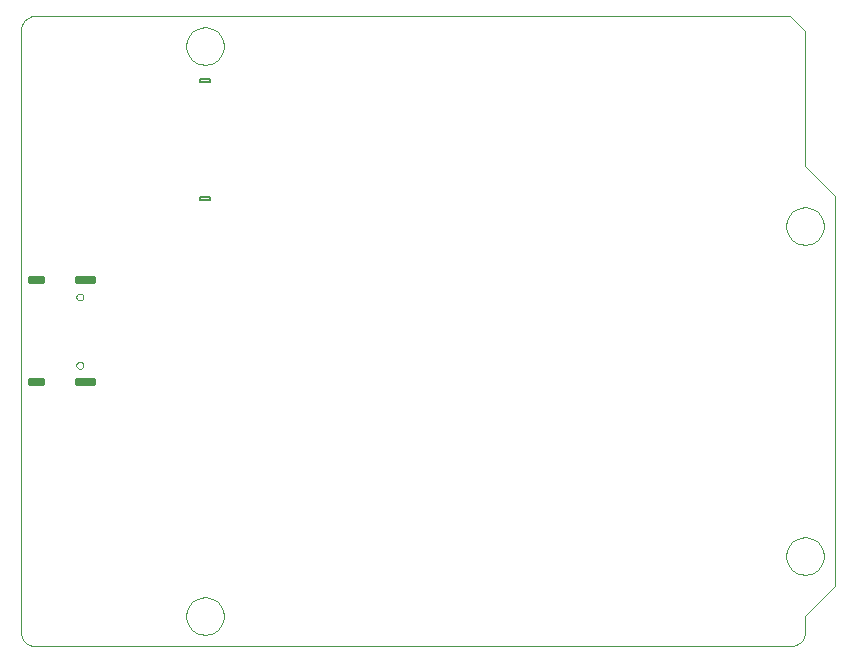
<source format=gbr>
G04 PROTEUS RS274X GERBER FILE*
%FSLAX45Y45*%
%MOMM*%
G01*
%ADD45C,0.127000*%
%ADD16C,0.300000*%
%ADD55C,0.025400*%
D45*
X+1606550Y+3800600D02*
X+1606550Y+3775200D01*
X+1517650Y+3775200D01*
X+1517650Y+3800600D01*
X+1606550Y+3800600D01*
X+1606550Y+4800600D02*
X+1606550Y+4775200D01*
X+1517650Y+4775200D01*
X+1517650Y+4800600D01*
X+1606550Y+4800600D01*
D16*
X+622100Y+2249600D02*
X+622100Y+2219600D01*
X+482100Y+2219600D01*
X+482100Y+2249600D01*
X+622100Y+2249600D01*
X+622100Y+3113600D02*
X+622100Y+3083600D01*
X+482100Y+3083600D01*
X+482100Y+3113600D01*
X+622100Y+3113600D01*
X+189100Y+2249600D02*
X+189100Y+2219600D01*
X+79100Y+2219600D01*
X+79100Y+2249600D01*
X+189100Y+2249600D01*
X+189100Y+3113600D02*
X+189100Y+3083600D01*
X+79100Y+3083600D01*
X+79100Y+3113600D01*
X+189100Y+3113600D01*
D55*
X+6800850Y+762000D02*
X+6800320Y+774958D01*
X+6796016Y+800876D01*
X+6787025Y+826794D01*
X+6772380Y+852712D01*
X+6749976Y+878466D01*
X+6724058Y+897958D01*
X+6698140Y+910530D01*
X+6672222Y+917866D01*
X+6646304Y+920694D01*
X+6642100Y+920750D01*
X+6483350Y+762000D02*
X+6483880Y+774958D01*
X+6488184Y+800876D01*
X+6497175Y+826794D01*
X+6511820Y+852712D01*
X+6534224Y+878466D01*
X+6560142Y+897958D01*
X+6586060Y+910530D01*
X+6611978Y+917866D01*
X+6637896Y+920694D01*
X+6642100Y+920750D01*
X+6483350Y+762000D02*
X+6483880Y+749042D01*
X+6488184Y+723124D01*
X+6497175Y+697206D01*
X+6511820Y+671288D01*
X+6534224Y+645534D01*
X+6560142Y+626042D01*
X+6586060Y+613470D01*
X+6611978Y+606134D01*
X+6637896Y+603306D01*
X+6642100Y+603250D01*
X+6800850Y+762000D02*
X+6800320Y+749042D01*
X+6796016Y+723124D01*
X+6787025Y+697206D01*
X+6772380Y+671288D01*
X+6749976Y+645534D01*
X+6724058Y+626042D01*
X+6698140Y+613470D01*
X+6672222Y+606134D01*
X+6646304Y+603306D01*
X+6642100Y+603250D01*
X+6800850Y+3556000D02*
X+6800320Y+3568958D01*
X+6796016Y+3594876D01*
X+6787025Y+3620794D01*
X+6772380Y+3646712D01*
X+6749976Y+3672466D01*
X+6724058Y+3691958D01*
X+6698140Y+3704530D01*
X+6672222Y+3711866D01*
X+6646304Y+3714694D01*
X+6642100Y+3714750D01*
X+6483350Y+3556000D02*
X+6483880Y+3568958D01*
X+6488184Y+3594876D01*
X+6497175Y+3620794D01*
X+6511820Y+3646712D01*
X+6534224Y+3672466D01*
X+6560142Y+3691958D01*
X+6586060Y+3704530D01*
X+6611978Y+3711866D01*
X+6637896Y+3714694D01*
X+6642100Y+3714750D01*
X+6483350Y+3556000D02*
X+6483880Y+3543042D01*
X+6488184Y+3517124D01*
X+6497175Y+3491206D01*
X+6511820Y+3465288D01*
X+6534224Y+3439534D01*
X+6560142Y+3420042D01*
X+6586060Y+3407470D01*
X+6611978Y+3400134D01*
X+6637896Y+3397306D01*
X+6642100Y+3397250D01*
X+6800850Y+3556000D02*
X+6800320Y+3543042D01*
X+6796016Y+3517124D01*
X+6787025Y+3491206D01*
X+6772380Y+3465288D01*
X+6749976Y+3439534D01*
X+6724058Y+3420042D01*
X+6698140Y+3407470D01*
X+6672222Y+3400134D01*
X+6646304Y+3397306D01*
X+6642100Y+3397250D01*
X+1720850Y+5080000D02*
X+1720320Y+5092958D01*
X+1716016Y+5118876D01*
X+1707025Y+5144794D01*
X+1692380Y+5170712D01*
X+1669976Y+5196466D01*
X+1644058Y+5215958D01*
X+1618140Y+5228530D01*
X+1592222Y+5235866D01*
X+1566304Y+5238694D01*
X+1562100Y+5238750D01*
X+1403350Y+5080000D02*
X+1403880Y+5092958D01*
X+1408184Y+5118876D01*
X+1417175Y+5144794D01*
X+1431820Y+5170712D01*
X+1454224Y+5196466D01*
X+1480142Y+5215958D01*
X+1506060Y+5228530D01*
X+1531978Y+5235866D01*
X+1557896Y+5238694D01*
X+1562100Y+5238750D01*
X+1403350Y+5080000D02*
X+1403880Y+5067042D01*
X+1408184Y+5041124D01*
X+1417175Y+5015206D01*
X+1431820Y+4989288D01*
X+1454224Y+4963534D01*
X+1480142Y+4944042D01*
X+1506060Y+4931470D01*
X+1531978Y+4924134D01*
X+1557896Y+4921306D01*
X+1562100Y+4921250D01*
X+1720850Y+5080000D02*
X+1720320Y+5067042D01*
X+1716016Y+5041124D01*
X+1707025Y+5015206D01*
X+1692380Y+4989288D01*
X+1669976Y+4963534D01*
X+1644058Y+4944042D01*
X+1618140Y+4931470D01*
X+1592222Y+4924134D01*
X+1566304Y+4921306D01*
X+1562100Y+4921250D01*
X+1720850Y+254000D02*
X+1720320Y+266958D01*
X+1716016Y+292876D01*
X+1707025Y+318794D01*
X+1692380Y+344712D01*
X+1669976Y+370466D01*
X+1644058Y+389958D01*
X+1618140Y+402530D01*
X+1592222Y+409866D01*
X+1566304Y+412694D01*
X+1562100Y+412750D01*
X+1403350Y+254000D02*
X+1403880Y+266958D01*
X+1408184Y+292876D01*
X+1417175Y+318794D01*
X+1431820Y+344712D01*
X+1454224Y+370466D01*
X+1480142Y+389958D01*
X+1506060Y+402530D01*
X+1531978Y+409866D01*
X+1557896Y+412694D01*
X+1562100Y+412750D01*
X+1403350Y+254000D02*
X+1403880Y+241042D01*
X+1408184Y+215124D01*
X+1417175Y+189206D01*
X+1431820Y+163288D01*
X+1454224Y+137534D01*
X+1480142Y+118042D01*
X+1506060Y+105470D01*
X+1531978Y+98134D01*
X+1557896Y+95306D01*
X+1562100Y+95250D01*
X+1720850Y+254000D02*
X+1720320Y+241042D01*
X+1716016Y+215124D01*
X+1707025Y+189206D01*
X+1692380Y+163288D01*
X+1669976Y+137534D01*
X+1644058Y+118042D01*
X+1618140Y+105470D01*
X+1592222Y+98134D01*
X+1566304Y+95306D01*
X+1562100Y+95250D01*
X+127000Y+0D02*
X+101032Y+2527D01*
X+77018Y+9798D01*
X+55423Y+21347D01*
X+36711Y+36711D01*
X+21348Y+55423D01*
X+9798Y+77018D01*
X+2527Y+101032D01*
X+0Y+127000D01*
X+0Y+5207000D01*
X+2527Y+5232967D01*
X+9798Y+5256981D01*
X+21348Y+5278577D01*
X+36711Y+5297289D01*
X+55423Y+5312652D01*
X+77018Y+5324202D01*
X+101032Y+5331473D01*
X+127000Y+5334000D01*
X+6515100Y+5334000D01*
X+6642100Y+5207000D01*
X+6642100Y+4064000D01*
X+6896100Y+3810000D01*
X+6896100Y+508000D01*
X+6642100Y+254000D01*
X+6642100Y+127000D01*
X+6639573Y+101032D01*
X+6632302Y+77018D01*
X+6620752Y+55423D01*
X+6605389Y+36711D01*
X+6586677Y+21347D01*
X+6565081Y+9798D01*
X+6541067Y+2527D01*
X+6515100Y+0D01*
X+127000Y+0D01*
X+531310Y+2377600D02*
X+531209Y+2380024D01*
X+530390Y+2384873D01*
X+528676Y+2389722D01*
X+525874Y+2394571D01*
X+521589Y+2399358D01*
X+516740Y+2402876D01*
X+511891Y+2405120D01*
X+507042Y+2406389D01*
X+502193Y+2406810D01*
X+502100Y+2406810D01*
X+472890Y+2377600D02*
X+472991Y+2380024D01*
X+473810Y+2384873D01*
X+475524Y+2389722D01*
X+478326Y+2394571D01*
X+482611Y+2399358D01*
X+487460Y+2402876D01*
X+492309Y+2405120D01*
X+497158Y+2406389D01*
X+502007Y+2406810D01*
X+502100Y+2406810D01*
X+472890Y+2377600D02*
X+472991Y+2375176D01*
X+473810Y+2370327D01*
X+475524Y+2365478D01*
X+478326Y+2360629D01*
X+482611Y+2355842D01*
X+487460Y+2352324D01*
X+492309Y+2350080D01*
X+497158Y+2348811D01*
X+502007Y+2348390D01*
X+502100Y+2348390D01*
X+531310Y+2377600D02*
X+531209Y+2375176D01*
X+530390Y+2370327D01*
X+528676Y+2365478D01*
X+525874Y+2360629D01*
X+521589Y+2355842D01*
X+516740Y+2352324D01*
X+511891Y+2350080D01*
X+507042Y+2348811D01*
X+502193Y+2348390D01*
X+502100Y+2348390D01*
X+531310Y+2955600D02*
X+531209Y+2958024D01*
X+530390Y+2962873D01*
X+528676Y+2967722D01*
X+525874Y+2972571D01*
X+521589Y+2977358D01*
X+516740Y+2980876D01*
X+511891Y+2983120D01*
X+507042Y+2984389D01*
X+502193Y+2984810D01*
X+502100Y+2984810D01*
X+472890Y+2955600D02*
X+472991Y+2958024D01*
X+473810Y+2962873D01*
X+475524Y+2967722D01*
X+478326Y+2972571D01*
X+482611Y+2977358D01*
X+487460Y+2980876D01*
X+492309Y+2983120D01*
X+497158Y+2984389D01*
X+502007Y+2984810D01*
X+502100Y+2984810D01*
X+472890Y+2955600D02*
X+472991Y+2953176D01*
X+473810Y+2948327D01*
X+475524Y+2943478D01*
X+478326Y+2938629D01*
X+482611Y+2933842D01*
X+487460Y+2930324D01*
X+492309Y+2928080D01*
X+497158Y+2926811D01*
X+502007Y+2926390D01*
X+502100Y+2926390D01*
X+531310Y+2955600D02*
X+531209Y+2953176D01*
X+530390Y+2948327D01*
X+528676Y+2943478D01*
X+525874Y+2938629D01*
X+521589Y+2933842D01*
X+516740Y+2930324D01*
X+511891Y+2928080D01*
X+507042Y+2926811D01*
X+502193Y+2926390D01*
X+502100Y+2926390D01*
M02*

</source>
